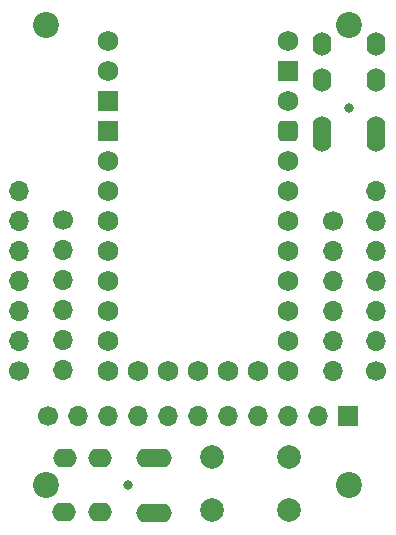
<source format=gbs>
G04 #@! TF.GenerationSoftware,KiCad,Pcbnew,7.0.5*
G04 #@! TF.CreationDate,2023-06-22T01:51:59+08:00*
G04 #@! TF.ProjectId,handwire microboard,68616e64-7769-4726-9520-6d6963726f62,rev?*
G04 #@! TF.SameCoordinates,Original*
G04 #@! TF.FileFunction,Soldermask,Bot*
G04 #@! TF.FilePolarity,Negative*
%FSLAX46Y46*%
G04 Gerber Fmt 4.6, Leading zero omitted, Abs format (unit mm)*
G04 Created by KiCad (PCBNEW 7.0.5) date 2023-06-22 01:51:59*
%MOMM*%
%LPD*%
G01*
G04 APERTURE LIST*
G04 Aperture macros list*
%AMRoundRect*
0 Rectangle with rounded corners*
0 $1 Rounding radius*
0 $2 $3 $4 $5 $6 $7 $8 $9 X,Y pos of 4 corners*
0 Add a 4 corners polygon primitive as box body*
4,1,4,$2,$3,$4,$5,$6,$7,$8,$9,$2,$3,0*
0 Add four circle primitives for the rounded corners*
1,1,$1+$1,$2,$3*
1,1,$1+$1,$4,$5*
1,1,$1+$1,$6,$7*
1,1,$1+$1,$8,$9*
0 Add four rect primitives between the rounded corners*
20,1,$1+$1,$2,$3,$4,$5,0*
20,1,$1+$1,$4,$5,$6,$7,0*
20,1,$1+$1,$6,$7,$8,$9,0*
20,1,$1+$1,$8,$9,$2,$3,0*%
%AMOutline4P*
0 Free polygon, 4 corners , with rotation*
0 The origin of the aperture is its center*
0 number of corners: always 4*
0 $1 to $8 corner X, Y*
0 $9 Rotation angle, in degrees counterclockwise*
0 create outline with 4 corners*
4,1,4,$1,$2,$3,$4,$5,$6,$7,$8,$1,$2,$9*%
G04 Aperture macros list end*
%ADD10C,1.700000*%
%ADD11O,1.700000X1.700000*%
%ADD12Outline4P,-0.850000X-0.850000X0.850000X-0.850000X0.850000X0.850000X-0.850000X0.850000X90.000000*%
%ADD13C,0.800000*%
%ADD14O,1.576000X3.029000*%
%ADD15O,1.600000X2.000000*%
%ADD16C,2.000000*%
%ADD17C,1.752600*%
%ADD18Outline4P,-0.876300X-0.876300X0.876300X-0.876300X0.876300X0.876300X-0.876300X0.876300X270.000000*%
%ADD19R,1.752600X1.752600*%
%ADD20RoundRect,0.438150X-0.438150X0.438150X-0.438150X-0.438150X0.438150X-0.438150X0.438150X0.438150X0*%
%ADD21C,2.200000*%
%ADD22O,3.029000X1.576000*%
%ADD23O,2.000000X1.600000*%
G04 APERTURE END LIST*
D10*
X86490000Y-118910000D03*
D11*
X89030000Y-118910000D03*
X91570000Y-118910000D03*
X94110000Y-118910000D03*
X96650000Y-118910000D03*
X99190000Y-118910000D03*
X101730000Y-118910000D03*
X104270000Y-118910000D03*
X106810000Y-118910000D03*
X109350000Y-118910000D03*
D12*
X111890000Y-118910000D03*
D13*
X111963200Y-92862850D03*
D14*
X109663200Y-95057850D03*
X114263200Y-95062850D03*
D15*
X109677200Y-90485850D03*
X114263200Y-90462850D03*
X109677200Y-87437850D03*
X114263200Y-87462850D03*
D10*
X110634400Y-102387400D03*
D11*
X110634400Y-104927400D03*
X110634400Y-107467400D03*
X110634400Y-110007400D03*
X110634400Y-112547400D03*
X110634400Y-115087400D03*
D16*
X100330000Y-122413200D03*
X106830000Y-122413200D03*
X100330000Y-126913200D03*
X106830000Y-126913200D03*
D17*
X91567000Y-87152950D03*
X91567000Y-89692950D03*
D18*
X91567000Y-92232950D03*
D19*
X91567000Y-94772950D03*
D17*
X91567000Y-97312950D03*
X91567000Y-99852950D03*
X91567000Y-102392950D03*
X91567000Y-104932950D03*
X91567000Y-107472950D03*
X91567000Y-110012950D03*
X91567000Y-112552950D03*
X91567000Y-115092950D03*
X106807000Y-115092950D03*
X106807000Y-112552950D03*
X106807000Y-110012950D03*
X106807000Y-107472950D03*
X106807000Y-104932950D03*
X106807000Y-102392950D03*
X106807000Y-99852950D03*
X106807000Y-97312950D03*
D20*
X106807000Y-94772950D03*
D17*
X106807000Y-92232950D03*
D18*
X106807000Y-89692950D03*
D17*
X106807000Y-87152950D03*
X94107000Y-115092950D03*
X96647000Y-115092950D03*
X99187000Y-115092950D03*
X101727000Y-115092950D03*
X104267000Y-115092950D03*
D10*
X84050000Y-115090000D03*
D11*
X84050000Y-112550000D03*
X84050000Y-110010000D03*
X84050000Y-107470000D03*
X84050000Y-104930000D03*
X84050000Y-102390000D03*
X84050000Y-99850000D03*
X114266600Y-99870000D03*
X114266600Y-102410000D03*
X114266600Y-104950000D03*
X114266600Y-107490000D03*
X114266600Y-110030000D03*
X114266600Y-112570000D03*
D10*
X114266600Y-115110000D03*
D21*
X86266400Y-124790200D03*
X86266400Y-85844850D03*
X111963200Y-124790200D03*
D13*
X93277250Y-124790200D03*
D22*
X95472250Y-127090200D03*
X95477250Y-122490200D03*
D23*
X90900250Y-127076200D03*
X90877250Y-122490200D03*
X87852250Y-127076200D03*
X87877250Y-122490200D03*
D10*
X87739600Y-102362000D03*
D11*
X87739600Y-104902000D03*
X87739600Y-107442000D03*
X87739600Y-109982000D03*
X87739600Y-112522000D03*
X87739600Y-115062000D03*
D21*
X111963200Y-85844850D03*
M02*

</source>
